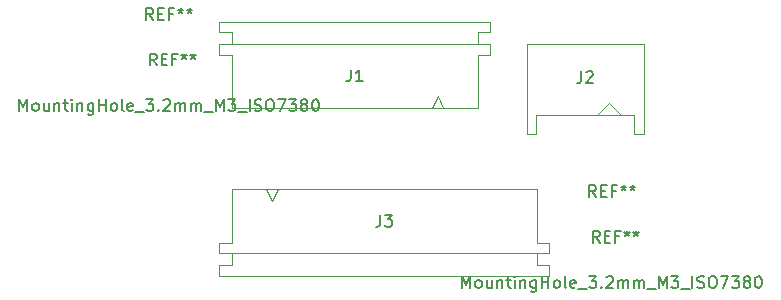
<source format=gbr>
G04 #@! TF.FileFunction,Other,Fab,Top*
%FSLAX46Y46*%
G04 Gerber Fmt 4.6, Leading zero omitted, Abs format (unit mm)*
G04 Created by KiCad (PCBNEW 4.0.6) date 05/08/18 08:07:22*
%MOMM*%
%LPD*%
G01*
G04 APERTURE LIST*
%ADD10C,0.100000*%
%ADD11C,0.150000*%
G04 APERTURE END LIST*
D10*
X129685000Y-107550000D02*
X108815000Y-107550000D01*
X108815000Y-107550000D02*
X108815000Y-103040000D01*
X108815000Y-103040000D02*
X107790000Y-103040000D01*
X107790000Y-103040000D02*
X107790000Y-102150000D01*
X107790000Y-102150000D02*
X130710000Y-102150000D01*
X130710000Y-102150000D02*
X130710000Y-103040000D01*
X130710000Y-103040000D02*
X129685000Y-103040000D01*
X129685000Y-103040000D02*
X129685000Y-107550000D01*
X126750000Y-107550000D02*
X126250000Y-106550000D01*
X126250000Y-106550000D02*
X125750000Y-107550000D01*
X108815000Y-102150000D02*
X108815000Y-101140000D01*
X108815000Y-101140000D02*
X107790000Y-101140000D01*
X107790000Y-101140000D02*
X107790000Y-100250000D01*
X107790000Y-100250000D02*
X130710000Y-100250000D01*
X130710000Y-100250000D02*
X130710000Y-101140000D01*
X130710000Y-101140000D02*
X129685000Y-101140000D01*
X129685000Y-101140000D02*
X129685000Y-102150000D01*
X142900000Y-108125000D02*
X142900000Y-109725000D01*
X142900000Y-109725000D02*
X143700000Y-109725000D01*
X143700000Y-109725000D02*
X143700000Y-102125000D01*
X143700000Y-102125000D02*
X133800000Y-102125000D01*
X133800000Y-102125000D02*
X133800000Y-109725000D01*
X133800000Y-109725000D02*
X134600000Y-109725000D01*
X134600000Y-109725000D02*
X134600000Y-108125000D01*
X134600000Y-108125000D02*
X142900000Y-108125000D01*
X141750000Y-108125000D02*
X140750000Y-107125000D01*
X140750000Y-107125000D02*
X139750000Y-108125000D01*
X108815000Y-114450000D02*
X134685000Y-114450000D01*
X134685000Y-114450000D02*
X134685000Y-118960000D01*
X134685000Y-118960000D02*
X135710000Y-118960000D01*
X135710000Y-118960000D02*
X135710000Y-119850000D01*
X135710000Y-119850000D02*
X107790000Y-119850000D01*
X107790000Y-119850000D02*
X107790000Y-118960000D01*
X107790000Y-118960000D02*
X108815000Y-118960000D01*
X108815000Y-118960000D02*
X108815000Y-114450000D01*
X111750000Y-114450000D02*
X112250000Y-115450000D01*
X112250000Y-115450000D02*
X112750000Y-114450000D01*
X134685000Y-119850000D02*
X134685000Y-120860000D01*
X134685000Y-120860000D02*
X135710000Y-120860000D01*
X135710000Y-120860000D02*
X135710000Y-121750000D01*
X135710000Y-121750000D02*
X107790000Y-121750000D01*
X107790000Y-121750000D02*
X107790000Y-120860000D01*
X107790000Y-120860000D02*
X108815000Y-120860000D01*
X108815000Y-120860000D02*
X108815000Y-119850000D01*
D11*
X118916667Y-104302381D02*
X118916667Y-105016667D01*
X118869047Y-105159524D01*
X118773809Y-105254762D01*
X118630952Y-105302381D01*
X118535714Y-105302381D01*
X119916667Y-105302381D02*
X119345238Y-105302381D01*
X119630952Y-105302381D02*
X119630952Y-104302381D01*
X119535714Y-104445238D01*
X119440476Y-104540476D01*
X119345238Y-104588095D01*
X138416667Y-104452381D02*
X138416667Y-105166667D01*
X138369047Y-105309524D01*
X138273809Y-105404762D01*
X138130952Y-105452381D01*
X138035714Y-105452381D01*
X138845238Y-104547619D02*
X138892857Y-104500000D01*
X138988095Y-104452381D01*
X139226191Y-104452381D01*
X139321429Y-104500000D01*
X139369048Y-104547619D01*
X139416667Y-104642857D01*
X139416667Y-104738095D01*
X139369048Y-104880952D01*
X138797619Y-105452381D01*
X139416667Y-105452381D01*
X121416667Y-116602381D02*
X121416667Y-117316667D01*
X121369047Y-117459524D01*
X121273809Y-117554762D01*
X121130952Y-117602381D01*
X121035714Y-117602381D01*
X121797619Y-116602381D02*
X122416667Y-116602381D01*
X122083333Y-116983333D01*
X122226191Y-116983333D01*
X122321429Y-117030952D01*
X122369048Y-117078571D01*
X122416667Y-117173810D01*
X122416667Y-117411905D01*
X122369048Y-117507143D01*
X122321429Y-117554762D01*
X122226191Y-117602381D01*
X121940476Y-117602381D01*
X121845238Y-117554762D01*
X121797619Y-117507143D01*
X102166667Y-100102381D02*
X101833333Y-99626190D01*
X101595238Y-100102381D02*
X101595238Y-99102381D01*
X101976191Y-99102381D01*
X102071429Y-99150000D01*
X102119048Y-99197619D01*
X102166667Y-99292857D01*
X102166667Y-99435714D01*
X102119048Y-99530952D01*
X102071429Y-99578571D01*
X101976191Y-99626190D01*
X101595238Y-99626190D01*
X102595238Y-99578571D02*
X102928572Y-99578571D01*
X103071429Y-100102381D02*
X102595238Y-100102381D01*
X102595238Y-99102381D01*
X103071429Y-99102381D01*
X103833334Y-99578571D02*
X103500000Y-99578571D01*
X103500000Y-100102381D02*
X103500000Y-99102381D01*
X103976191Y-99102381D01*
X104500000Y-99102381D02*
X104500000Y-99340476D01*
X104261905Y-99245238D02*
X104500000Y-99340476D01*
X104738096Y-99245238D01*
X104357143Y-99530952D02*
X104500000Y-99340476D01*
X104642858Y-99530952D01*
X105261905Y-99102381D02*
X105261905Y-99340476D01*
X105023810Y-99245238D02*
X105261905Y-99340476D01*
X105500001Y-99245238D01*
X105119048Y-99530952D02*
X105261905Y-99340476D01*
X105404763Y-99530952D01*
X90857143Y-107802381D02*
X90857143Y-106802381D01*
X91190477Y-107516667D01*
X91523810Y-106802381D01*
X91523810Y-107802381D01*
X92142857Y-107802381D02*
X92047619Y-107754762D01*
X92000000Y-107707143D01*
X91952381Y-107611905D01*
X91952381Y-107326190D01*
X92000000Y-107230952D01*
X92047619Y-107183333D01*
X92142857Y-107135714D01*
X92285715Y-107135714D01*
X92380953Y-107183333D01*
X92428572Y-107230952D01*
X92476191Y-107326190D01*
X92476191Y-107611905D01*
X92428572Y-107707143D01*
X92380953Y-107754762D01*
X92285715Y-107802381D01*
X92142857Y-107802381D01*
X93333334Y-107135714D02*
X93333334Y-107802381D01*
X92904762Y-107135714D02*
X92904762Y-107659524D01*
X92952381Y-107754762D01*
X93047619Y-107802381D01*
X93190477Y-107802381D01*
X93285715Y-107754762D01*
X93333334Y-107707143D01*
X93809524Y-107135714D02*
X93809524Y-107802381D01*
X93809524Y-107230952D02*
X93857143Y-107183333D01*
X93952381Y-107135714D01*
X94095239Y-107135714D01*
X94190477Y-107183333D01*
X94238096Y-107278571D01*
X94238096Y-107802381D01*
X94571429Y-107135714D02*
X94952381Y-107135714D01*
X94714286Y-106802381D02*
X94714286Y-107659524D01*
X94761905Y-107754762D01*
X94857143Y-107802381D01*
X94952381Y-107802381D01*
X95285715Y-107802381D02*
X95285715Y-107135714D01*
X95285715Y-106802381D02*
X95238096Y-106850000D01*
X95285715Y-106897619D01*
X95333334Y-106850000D01*
X95285715Y-106802381D01*
X95285715Y-106897619D01*
X95761905Y-107135714D02*
X95761905Y-107802381D01*
X95761905Y-107230952D02*
X95809524Y-107183333D01*
X95904762Y-107135714D01*
X96047620Y-107135714D01*
X96142858Y-107183333D01*
X96190477Y-107278571D01*
X96190477Y-107802381D01*
X97095239Y-107135714D02*
X97095239Y-107945238D01*
X97047620Y-108040476D01*
X97000001Y-108088095D01*
X96904762Y-108135714D01*
X96761905Y-108135714D01*
X96666667Y-108088095D01*
X97095239Y-107754762D02*
X97000001Y-107802381D01*
X96809524Y-107802381D01*
X96714286Y-107754762D01*
X96666667Y-107707143D01*
X96619048Y-107611905D01*
X96619048Y-107326190D01*
X96666667Y-107230952D01*
X96714286Y-107183333D01*
X96809524Y-107135714D01*
X97000001Y-107135714D01*
X97095239Y-107183333D01*
X97571429Y-107802381D02*
X97571429Y-106802381D01*
X97571429Y-107278571D02*
X98142858Y-107278571D01*
X98142858Y-107802381D02*
X98142858Y-106802381D01*
X98761905Y-107802381D02*
X98666667Y-107754762D01*
X98619048Y-107707143D01*
X98571429Y-107611905D01*
X98571429Y-107326190D01*
X98619048Y-107230952D01*
X98666667Y-107183333D01*
X98761905Y-107135714D01*
X98904763Y-107135714D01*
X99000001Y-107183333D01*
X99047620Y-107230952D01*
X99095239Y-107326190D01*
X99095239Y-107611905D01*
X99047620Y-107707143D01*
X99000001Y-107754762D01*
X98904763Y-107802381D01*
X98761905Y-107802381D01*
X99666667Y-107802381D02*
X99571429Y-107754762D01*
X99523810Y-107659524D01*
X99523810Y-106802381D01*
X100428573Y-107754762D02*
X100333335Y-107802381D01*
X100142858Y-107802381D01*
X100047620Y-107754762D01*
X100000001Y-107659524D01*
X100000001Y-107278571D01*
X100047620Y-107183333D01*
X100142858Y-107135714D01*
X100333335Y-107135714D01*
X100428573Y-107183333D01*
X100476192Y-107278571D01*
X100476192Y-107373810D01*
X100000001Y-107469048D01*
X100666668Y-107897619D02*
X101428573Y-107897619D01*
X101571430Y-106802381D02*
X102190478Y-106802381D01*
X101857144Y-107183333D01*
X102000002Y-107183333D01*
X102095240Y-107230952D01*
X102142859Y-107278571D01*
X102190478Y-107373810D01*
X102190478Y-107611905D01*
X102142859Y-107707143D01*
X102095240Y-107754762D01*
X102000002Y-107802381D01*
X101714287Y-107802381D01*
X101619049Y-107754762D01*
X101571430Y-107707143D01*
X102619049Y-107707143D02*
X102666668Y-107754762D01*
X102619049Y-107802381D01*
X102571430Y-107754762D01*
X102619049Y-107707143D01*
X102619049Y-107802381D01*
X103047620Y-106897619D02*
X103095239Y-106850000D01*
X103190477Y-106802381D01*
X103428573Y-106802381D01*
X103523811Y-106850000D01*
X103571430Y-106897619D01*
X103619049Y-106992857D01*
X103619049Y-107088095D01*
X103571430Y-107230952D01*
X103000001Y-107802381D01*
X103619049Y-107802381D01*
X104047620Y-107802381D02*
X104047620Y-107135714D01*
X104047620Y-107230952D02*
X104095239Y-107183333D01*
X104190477Y-107135714D01*
X104333335Y-107135714D01*
X104428573Y-107183333D01*
X104476192Y-107278571D01*
X104476192Y-107802381D01*
X104476192Y-107278571D02*
X104523811Y-107183333D01*
X104619049Y-107135714D01*
X104761906Y-107135714D01*
X104857144Y-107183333D01*
X104904763Y-107278571D01*
X104904763Y-107802381D01*
X105380953Y-107802381D02*
X105380953Y-107135714D01*
X105380953Y-107230952D02*
X105428572Y-107183333D01*
X105523810Y-107135714D01*
X105666668Y-107135714D01*
X105761906Y-107183333D01*
X105809525Y-107278571D01*
X105809525Y-107802381D01*
X105809525Y-107278571D02*
X105857144Y-107183333D01*
X105952382Y-107135714D01*
X106095239Y-107135714D01*
X106190477Y-107183333D01*
X106238096Y-107278571D01*
X106238096Y-107802381D01*
X106476191Y-107897619D02*
X107238096Y-107897619D01*
X107476191Y-107802381D02*
X107476191Y-106802381D01*
X107809525Y-107516667D01*
X108142858Y-106802381D01*
X108142858Y-107802381D01*
X108523810Y-106802381D02*
X109142858Y-106802381D01*
X108809524Y-107183333D01*
X108952382Y-107183333D01*
X109047620Y-107230952D01*
X109095239Y-107278571D01*
X109142858Y-107373810D01*
X109142858Y-107611905D01*
X109095239Y-107707143D01*
X109047620Y-107754762D01*
X108952382Y-107802381D01*
X108666667Y-107802381D01*
X108571429Y-107754762D01*
X108523810Y-107707143D01*
X109333334Y-107897619D02*
X110095239Y-107897619D01*
X110333334Y-107802381D02*
X110333334Y-106802381D01*
X110761905Y-107754762D02*
X110904762Y-107802381D01*
X111142858Y-107802381D01*
X111238096Y-107754762D01*
X111285715Y-107707143D01*
X111333334Y-107611905D01*
X111333334Y-107516667D01*
X111285715Y-107421429D01*
X111238096Y-107373810D01*
X111142858Y-107326190D01*
X110952381Y-107278571D01*
X110857143Y-107230952D01*
X110809524Y-107183333D01*
X110761905Y-107088095D01*
X110761905Y-106992857D01*
X110809524Y-106897619D01*
X110857143Y-106850000D01*
X110952381Y-106802381D01*
X111190477Y-106802381D01*
X111333334Y-106850000D01*
X111952381Y-106802381D02*
X112142858Y-106802381D01*
X112238096Y-106850000D01*
X112333334Y-106945238D01*
X112380953Y-107135714D01*
X112380953Y-107469048D01*
X112333334Y-107659524D01*
X112238096Y-107754762D01*
X112142858Y-107802381D01*
X111952381Y-107802381D01*
X111857143Y-107754762D01*
X111761905Y-107659524D01*
X111714286Y-107469048D01*
X111714286Y-107135714D01*
X111761905Y-106945238D01*
X111857143Y-106850000D01*
X111952381Y-106802381D01*
X112714286Y-106802381D02*
X113380953Y-106802381D01*
X112952381Y-107802381D01*
X113666667Y-106802381D02*
X114285715Y-106802381D01*
X113952381Y-107183333D01*
X114095239Y-107183333D01*
X114190477Y-107230952D01*
X114238096Y-107278571D01*
X114285715Y-107373810D01*
X114285715Y-107611905D01*
X114238096Y-107707143D01*
X114190477Y-107754762D01*
X114095239Y-107802381D01*
X113809524Y-107802381D01*
X113714286Y-107754762D01*
X113666667Y-107707143D01*
X114857143Y-107230952D02*
X114761905Y-107183333D01*
X114714286Y-107135714D01*
X114666667Y-107040476D01*
X114666667Y-106992857D01*
X114714286Y-106897619D01*
X114761905Y-106850000D01*
X114857143Y-106802381D01*
X115047620Y-106802381D01*
X115142858Y-106850000D01*
X115190477Y-106897619D01*
X115238096Y-106992857D01*
X115238096Y-107040476D01*
X115190477Y-107135714D01*
X115142858Y-107183333D01*
X115047620Y-107230952D01*
X114857143Y-107230952D01*
X114761905Y-107278571D01*
X114714286Y-107326190D01*
X114666667Y-107421429D01*
X114666667Y-107611905D01*
X114714286Y-107707143D01*
X114761905Y-107754762D01*
X114857143Y-107802381D01*
X115047620Y-107802381D01*
X115142858Y-107754762D01*
X115190477Y-107707143D01*
X115238096Y-107611905D01*
X115238096Y-107421429D01*
X115190477Y-107326190D01*
X115142858Y-107278571D01*
X115047620Y-107230952D01*
X115857143Y-106802381D02*
X115952382Y-106802381D01*
X116047620Y-106850000D01*
X116095239Y-106897619D01*
X116142858Y-106992857D01*
X116190477Y-107183333D01*
X116190477Y-107421429D01*
X116142858Y-107611905D01*
X116095239Y-107707143D01*
X116047620Y-107754762D01*
X115952382Y-107802381D01*
X115857143Y-107802381D01*
X115761905Y-107754762D01*
X115714286Y-107707143D01*
X115666667Y-107611905D01*
X115619048Y-107421429D01*
X115619048Y-107183333D01*
X115666667Y-106992857D01*
X115714286Y-106897619D01*
X115761905Y-106850000D01*
X115857143Y-106802381D01*
X102466667Y-103952381D02*
X102133333Y-103476190D01*
X101895238Y-103952381D02*
X101895238Y-102952381D01*
X102276191Y-102952381D01*
X102371429Y-103000000D01*
X102419048Y-103047619D01*
X102466667Y-103142857D01*
X102466667Y-103285714D01*
X102419048Y-103380952D01*
X102371429Y-103428571D01*
X102276191Y-103476190D01*
X101895238Y-103476190D01*
X102895238Y-103428571D02*
X103228572Y-103428571D01*
X103371429Y-103952381D02*
X102895238Y-103952381D01*
X102895238Y-102952381D01*
X103371429Y-102952381D01*
X104133334Y-103428571D02*
X103800000Y-103428571D01*
X103800000Y-103952381D02*
X103800000Y-102952381D01*
X104276191Y-102952381D01*
X104800000Y-102952381D02*
X104800000Y-103190476D01*
X104561905Y-103095238D02*
X104800000Y-103190476D01*
X105038096Y-103095238D01*
X104657143Y-103380952D02*
X104800000Y-103190476D01*
X104942858Y-103380952D01*
X105561905Y-102952381D02*
X105561905Y-103190476D01*
X105323810Y-103095238D02*
X105561905Y-103190476D01*
X105800001Y-103095238D01*
X105419048Y-103380952D02*
X105561905Y-103190476D01*
X105704763Y-103380952D01*
X139666667Y-115102381D02*
X139333333Y-114626190D01*
X139095238Y-115102381D02*
X139095238Y-114102381D01*
X139476191Y-114102381D01*
X139571429Y-114150000D01*
X139619048Y-114197619D01*
X139666667Y-114292857D01*
X139666667Y-114435714D01*
X139619048Y-114530952D01*
X139571429Y-114578571D01*
X139476191Y-114626190D01*
X139095238Y-114626190D01*
X140095238Y-114578571D02*
X140428572Y-114578571D01*
X140571429Y-115102381D02*
X140095238Y-115102381D01*
X140095238Y-114102381D01*
X140571429Y-114102381D01*
X141333334Y-114578571D02*
X141000000Y-114578571D01*
X141000000Y-115102381D02*
X141000000Y-114102381D01*
X141476191Y-114102381D01*
X142000000Y-114102381D02*
X142000000Y-114340476D01*
X141761905Y-114245238D02*
X142000000Y-114340476D01*
X142238096Y-114245238D01*
X141857143Y-114530952D02*
X142000000Y-114340476D01*
X142142858Y-114530952D01*
X142761905Y-114102381D02*
X142761905Y-114340476D01*
X142523810Y-114245238D02*
X142761905Y-114340476D01*
X143000001Y-114245238D01*
X142619048Y-114530952D02*
X142761905Y-114340476D01*
X142904763Y-114530952D01*
X128357143Y-122802381D02*
X128357143Y-121802381D01*
X128690477Y-122516667D01*
X129023810Y-121802381D01*
X129023810Y-122802381D01*
X129642857Y-122802381D02*
X129547619Y-122754762D01*
X129500000Y-122707143D01*
X129452381Y-122611905D01*
X129452381Y-122326190D01*
X129500000Y-122230952D01*
X129547619Y-122183333D01*
X129642857Y-122135714D01*
X129785715Y-122135714D01*
X129880953Y-122183333D01*
X129928572Y-122230952D01*
X129976191Y-122326190D01*
X129976191Y-122611905D01*
X129928572Y-122707143D01*
X129880953Y-122754762D01*
X129785715Y-122802381D01*
X129642857Y-122802381D01*
X130833334Y-122135714D02*
X130833334Y-122802381D01*
X130404762Y-122135714D02*
X130404762Y-122659524D01*
X130452381Y-122754762D01*
X130547619Y-122802381D01*
X130690477Y-122802381D01*
X130785715Y-122754762D01*
X130833334Y-122707143D01*
X131309524Y-122135714D02*
X131309524Y-122802381D01*
X131309524Y-122230952D02*
X131357143Y-122183333D01*
X131452381Y-122135714D01*
X131595239Y-122135714D01*
X131690477Y-122183333D01*
X131738096Y-122278571D01*
X131738096Y-122802381D01*
X132071429Y-122135714D02*
X132452381Y-122135714D01*
X132214286Y-121802381D02*
X132214286Y-122659524D01*
X132261905Y-122754762D01*
X132357143Y-122802381D01*
X132452381Y-122802381D01*
X132785715Y-122802381D02*
X132785715Y-122135714D01*
X132785715Y-121802381D02*
X132738096Y-121850000D01*
X132785715Y-121897619D01*
X132833334Y-121850000D01*
X132785715Y-121802381D01*
X132785715Y-121897619D01*
X133261905Y-122135714D02*
X133261905Y-122802381D01*
X133261905Y-122230952D02*
X133309524Y-122183333D01*
X133404762Y-122135714D01*
X133547620Y-122135714D01*
X133642858Y-122183333D01*
X133690477Y-122278571D01*
X133690477Y-122802381D01*
X134595239Y-122135714D02*
X134595239Y-122945238D01*
X134547620Y-123040476D01*
X134500001Y-123088095D01*
X134404762Y-123135714D01*
X134261905Y-123135714D01*
X134166667Y-123088095D01*
X134595239Y-122754762D02*
X134500001Y-122802381D01*
X134309524Y-122802381D01*
X134214286Y-122754762D01*
X134166667Y-122707143D01*
X134119048Y-122611905D01*
X134119048Y-122326190D01*
X134166667Y-122230952D01*
X134214286Y-122183333D01*
X134309524Y-122135714D01*
X134500001Y-122135714D01*
X134595239Y-122183333D01*
X135071429Y-122802381D02*
X135071429Y-121802381D01*
X135071429Y-122278571D02*
X135642858Y-122278571D01*
X135642858Y-122802381D02*
X135642858Y-121802381D01*
X136261905Y-122802381D02*
X136166667Y-122754762D01*
X136119048Y-122707143D01*
X136071429Y-122611905D01*
X136071429Y-122326190D01*
X136119048Y-122230952D01*
X136166667Y-122183333D01*
X136261905Y-122135714D01*
X136404763Y-122135714D01*
X136500001Y-122183333D01*
X136547620Y-122230952D01*
X136595239Y-122326190D01*
X136595239Y-122611905D01*
X136547620Y-122707143D01*
X136500001Y-122754762D01*
X136404763Y-122802381D01*
X136261905Y-122802381D01*
X137166667Y-122802381D02*
X137071429Y-122754762D01*
X137023810Y-122659524D01*
X137023810Y-121802381D01*
X137928573Y-122754762D02*
X137833335Y-122802381D01*
X137642858Y-122802381D01*
X137547620Y-122754762D01*
X137500001Y-122659524D01*
X137500001Y-122278571D01*
X137547620Y-122183333D01*
X137642858Y-122135714D01*
X137833335Y-122135714D01*
X137928573Y-122183333D01*
X137976192Y-122278571D01*
X137976192Y-122373810D01*
X137500001Y-122469048D01*
X138166668Y-122897619D02*
X138928573Y-122897619D01*
X139071430Y-121802381D02*
X139690478Y-121802381D01*
X139357144Y-122183333D01*
X139500002Y-122183333D01*
X139595240Y-122230952D01*
X139642859Y-122278571D01*
X139690478Y-122373810D01*
X139690478Y-122611905D01*
X139642859Y-122707143D01*
X139595240Y-122754762D01*
X139500002Y-122802381D01*
X139214287Y-122802381D01*
X139119049Y-122754762D01*
X139071430Y-122707143D01*
X140119049Y-122707143D02*
X140166668Y-122754762D01*
X140119049Y-122802381D01*
X140071430Y-122754762D01*
X140119049Y-122707143D01*
X140119049Y-122802381D01*
X140547620Y-121897619D02*
X140595239Y-121850000D01*
X140690477Y-121802381D01*
X140928573Y-121802381D01*
X141023811Y-121850000D01*
X141071430Y-121897619D01*
X141119049Y-121992857D01*
X141119049Y-122088095D01*
X141071430Y-122230952D01*
X140500001Y-122802381D01*
X141119049Y-122802381D01*
X141547620Y-122802381D02*
X141547620Y-122135714D01*
X141547620Y-122230952D02*
X141595239Y-122183333D01*
X141690477Y-122135714D01*
X141833335Y-122135714D01*
X141928573Y-122183333D01*
X141976192Y-122278571D01*
X141976192Y-122802381D01*
X141976192Y-122278571D02*
X142023811Y-122183333D01*
X142119049Y-122135714D01*
X142261906Y-122135714D01*
X142357144Y-122183333D01*
X142404763Y-122278571D01*
X142404763Y-122802381D01*
X142880953Y-122802381D02*
X142880953Y-122135714D01*
X142880953Y-122230952D02*
X142928572Y-122183333D01*
X143023810Y-122135714D01*
X143166668Y-122135714D01*
X143261906Y-122183333D01*
X143309525Y-122278571D01*
X143309525Y-122802381D01*
X143309525Y-122278571D02*
X143357144Y-122183333D01*
X143452382Y-122135714D01*
X143595239Y-122135714D01*
X143690477Y-122183333D01*
X143738096Y-122278571D01*
X143738096Y-122802381D01*
X143976191Y-122897619D02*
X144738096Y-122897619D01*
X144976191Y-122802381D02*
X144976191Y-121802381D01*
X145309525Y-122516667D01*
X145642858Y-121802381D01*
X145642858Y-122802381D01*
X146023810Y-121802381D02*
X146642858Y-121802381D01*
X146309524Y-122183333D01*
X146452382Y-122183333D01*
X146547620Y-122230952D01*
X146595239Y-122278571D01*
X146642858Y-122373810D01*
X146642858Y-122611905D01*
X146595239Y-122707143D01*
X146547620Y-122754762D01*
X146452382Y-122802381D01*
X146166667Y-122802381D01*
X146071429Y-122754762D01*
X146023810Y-122707143D01*
X146833334Y-122897619D02*
X147595239Y-122897619D01*
X147833334Y-122802381D02*
X147833334Y-121802381D01*
X148261905Y-122754762D02*
X148404762Y-122802381D01*
X148642858Y-122802381D01*
X148738096Y-122754762D01*
X148785715Y-122707143D01*
X148833334Y-122611905D01*
X148833334Y-122516667D01*
X148785715Y-122421429D01*
X148738096Y-122373810D01*
X148642858Y-122326190D01*
X148452381Y-122278571D01*
X148357143Y-122230952D01*
X148309524Y-122183333D01*
X148261905Y-122088095D01*
X148261905Y-121992857D01*
X148309524Y-121897619D01*
X148357143Y-121850000D01*
X148452381Y-121802381D01*
X148690477Y-121802381D01*
X148833334Y-121850000D01*
X149452381Y-121802381D02*
X149642858Y-121802381D01*
X149738096Y-121850000D01*
X149833334Y-121945238D01*
X149880953Y-122135714D01*
X149880953Y-122469048D01*
X149833334Y-122659524D01*
X149738096Y-122754762D01*
X149642858Y-122802381D01*
X149452381Y-122802381D01*
X149357143Y-122754762D01*
X149261905Y-122659524D01*
X149214286Y-122469048D01*
X149214286Y-122135714D01*
X149261905Y-121945238D01*
X149357143Y-121850000D01*
X149452381Y-121802381D01*
X150214286Y-121802381D02*
X150880953Y-121802381D01*
X150452381Y-122802381D01*
X151166667Y-121802381D02*
X151785715Y-121802381D01*
X151452381Y-122183333D01*
X151595239Y-122183333D01*
X151690477Y-122230952D01*
X151738096Y-122278571D01*
X151785715Y-122373810D01*
X151785715Y-122611905D01*
X151738096Y-122707143D01*
X151690477Y-122754762D01*
X151595239Y-122802381D01*
X151309524Y-122802381D01*
X151214286Y-122754762D01*
X151166667Y-122707143D01*
X152357143Y-122230952D02*
X152261905Y-122183333D01*
X152214286Y-122135714D01*
X152166667Y-122040476D01*
X152166667Y-121992857D01*
X152214286Y-121897619D01*
X152261905Y-121850000D01*
X152357143Y-121802381D01*
X152547620Y-121802381D01*
X152642858Y-121850000D01*
X152690477Y-121897619D01*
X152738096Y-121992857D01*
X152738096Y-122040476D01*
X152690477Y-122135714D01*
X152642858Y-122183333D01*
X152547620Y-122230952D01*
X152357143Y-122230952D01*
X152261905Y-122278571D01*
X152214286Y-122326190D01*
X152166667Y-122421429D01*
X152166667Y-122611905D01*
X152214286Y-122707143D01*
X152261905Y-122754762D01*
X152357143Y-122802381D01*
X152547620Y-122802381D01*
X152642858Y-122754762D01*
X152690477Y-122707143D01*
X152738096Y-122611905D01*
X152738096Y-122421429D01*
X152690477Y-122326190D01*
X152642858Y-122278571D01*
X152547620Y-122230952D01*
X153357143Y-121802381D02*
X153452382Y-121802381D01*
X153547620Y-121850000D01*
X153595239Y-121897619D01*
X153642858Y-121992857D01*
X153690477Y-122183333D01*
X153690477Y-122421429D01*
X153642858Y-122611905D01*
X153595239Y-122707143D01*
X153547620Y-122754762D01*
X153452382Y-122802381D01*
X153357143Y-122802381D01*
X153261905Y-122754762D01*
X153214286Y-122707143D01*
X153166667Y-122611905D01*
X153119048Y-122421429D01*
X153119048Y-122183333D01*
X153166667Y-121992857D01*
X153214286Y-121897619D01*
X153261905Y-121850000D01*
X153357143Y-121802381D01*
X139966667Y-118952381D02*
X139633333Y-118476190D01*
X139395238Y-118952381D02*
X139395238Y-117952381D01*
X139776191Y-117952381D01*
X139871429Y-118000000D01*
X139919048Y-118047619D01*
X139966667Y-118142857D01*
X139966667Y-118285714D01*
X139919048Y-118380952D01*
X139871429Y-118428571D01*
X139776191Y-118476190D01*
X139395238Y-118476190D01*
X140395238Y-118428571D02*
X140728572Y-118428571D01*
X140871429Y-118952381D02*
X140395238Y-118952381D01*
X140395238Y-117952381D01*
X140871429Y-117952381D01*
X141633334Y-118428571D02*
X141300000Y-118428571D01*
X141300000Y-118952381D02*
X141300000Y-117952381D01*
X141776191Y-117952381D01*
X142300000Y-117952381D02*
X142300000Y-118190476D01*
X142061905Y-118095238D02*
X142300000Y-118190476D01*
X142538096Y-118095238D01*
X142157143Y-118380952D02*
X142300000Y-118190476D01*
X142442858Y-118380952D01*
X143061905Y-117952381D02*
X143061905Y-118190476D01*
X142823810Y-118095238D02*
X143061905Y-118190476D01*
X143300001Y-118095238D01*
X142919048Y-118380952D02*
X143061905Y-118190476D01*
X143204763Y-118380952D01*
M02*

</source>
